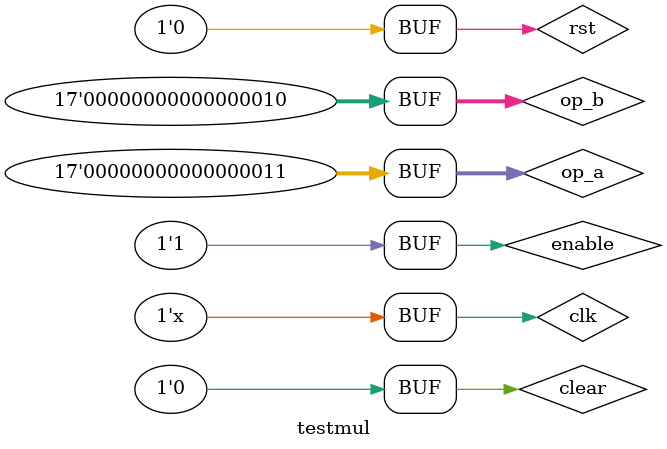
<source format=v>
`timescale 1ns / 1ps


module testmul;
	
	parameter PERIOD = 10;
	
	reg clk, rst;
	
	reg [16:0] op_a, op_b;
	wire [33:0] res;
	
	reg enable;
	reg clear;
	
	mult_gen_prealpha UUT(
		.CLK(clk),
		.A(op_a),
		.B(op_b),
		.CE(enable),
		.SCLR(clear),
		.P(res)
	);


initial begin
	clk <= 1'b0;
	rst <= 1'b0;
end

always begin
	#(PERIOD/2) clk <= ~clk;
end

initial begin
	op_a <= 0;
	op_b <= 0;
	enable <= 1'b0;
	clear <= 1'b0;
	
	#(PERIOD*2);
	
	enable <= 1'b1;
	
	#(PERIOD);
	
	op_a   <= 12;
	op_b   <= 13;
	
	#(PERIOD);
	
	op_a   <= 17;
	op_b   <= 123;
	
	#(PERIOD);
	
	op_a   <= 45;
	op_b   <= 12;
	
	#(PERIOD);

	op_a   <= 5;
	op_b   <= 3;
	
	#(PERIOD);
	
	op_a   <= 3;
	op_b   <= 2;
	
	#(PERIOD);
	

end

endmodule

</source>
